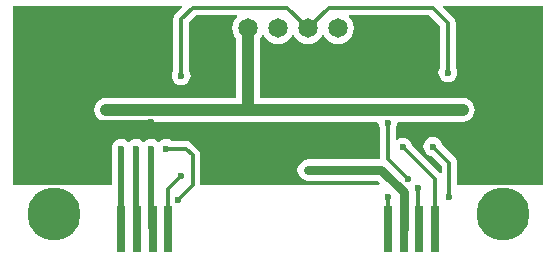
<source format=gbl>
G04 Layer_Physical_Order=2*
G04 Layer_Color=16711680*
%FSTAX24Y24*%
%MOIN*%
G70*
G01*
G75*
%ADD13R,0.0315X0.1575*%
%ADD15C,0.0118*%
%ADD17C,0.0197*%
%ADD18C,0.0394*%
%ADD19C,0.0315*%
%ADD20C,0.0650*%
%ADD21C,0.1772*%
%ADD22C,0.0236*%
%ADD23C,0.0315*%
G36*
X06877Y035138D02*
X065908D01*
Y03587D01*
X065899Y035937D01*
X065873Y035999D01*
X065832Y036053D01*
X065413Y036472D01*
X065409Y0365D01*
X065377Y036576D01*
X065327Y036642D01*
X065261Y036692D01*
X065185Y036724D01*
X065102Y036735D01*
X06502Y036724D01*
X064944Y036692D01*
X064878Y036642D01*
X064827Y036576D01*
X064796Y0365D01*
X064785Y036417D01*
X064796Y036335D01*
X064827Y036258D01*
X064878Y036193D01*
X064944Y036142D01*
X06502Y03611D01*
X065048Y036107D01*
X065391Y035763D01*
Y035539D01*
X065341Y035518D01*
X064413Y036447D01*
X064409Y036475D01*
X064377Y036551D01*
X064327Y036617D01*
X064261Y036668D01*
X064185Y036699D01*
X064102Y03671D01*
X06402Y036699D01*
X063944Y036668D01*
X06391Y036642D01*
X06386Y036667D01*
Y037024D01*
X063877Y037046D01*
X063909Y037122D01*
X06392Y037205D01*
X063952Y037241D01*
X066102D01*
X066205Y037254D01*
X066301Y037294D01*
X066383Y037357D01*
X066446Y037439D01*
X066486Y037535D01*
X066499Y037638D01*
X066486Y037741D01*
X066446Y037836D01*
X066383Y037919D01*
X066301Y037982D01*
X066205Y038021D01*
X066102Y038035D01*
X059338D01*
Y040015D01*
X059397Y040091D01*
X059416Y040137D01*
X059466D01*
X059485Y040091D01*
X059569Y039982D01*
X059678Y039898D01*
X059805Y039846D01*
X059941Y039828D01*
X060077Y039846D01*
X060204Y039898D01*
X060313Y039982D01*
X060397Y040091D01*
X060416Y040137D01*
X060466D01*
X060485Y040091D01*
X060569Y039982D01*
X060678Y039898D01*
X060805Y039846D01*
X060941Y039828D01*
X061077Y039846D01*
X061204Y039898D01*
X061313Y039982D01*
X061397Y040091D01*
X061416Y040137D01*
X061466D01*
X061485Y040091D01*
X061569Y039982D01*
X061678Y039898D01*
X061805Y039846D01*
X061941Y039828D01*
X062077Y039846D01*
X062204Y039898D01*
X062313Y039982D01*
X062397Y040091D01*
X062449Y040218D01*
X062467Y040354D01*
X062449Y040491D01*
X062397Y040618D01*
X062313Y040727D01*
X062298Y040738D01*
X062314Y040785D01*
X064982D01*
X065344Y040423D01*
Y039059D01*
X065327Y039037D01*
X065296Y03896D01*
X065285Y038878D01*
X065296Y038796D01*
X065327Y038719D01*
X065378Y038653D01*
X065444Y038603D01*
X06552Y038571D01*
X065602Y03856D01*
X065685Y038571D01*
X065761Y038603D01*
X065827Y038653D01*
X065877Y038719D01*
X065909Y038796D01*
X06592Y038878D01*
X065909Y03896D01*
X065877Y039037D01*
X06586Y039059D01*
Y04053D01*
X065852Y040596D01*
X065826Y040659D01*
X065785Y040712D01*
X065431Y041066D01*
X06545Y041112D01*
X06877D01*
Y035138D01*
D02*
G37*
G36*
X056744Y041066D02*
X056522Y040844D01*
X056481Y04079D01*
X056455Y040728D01*
X056447Y040661D01*
Y038961D01*
X05643Y038938D01*
X056398Y038862D01*
X056387Y03878D01*
X056398Y038697D01*
X05643Y038621D01*
X05648Y038555D01*
X056546Y038504D01*
X056623Y038473D01*
X056705Y038462D01*
X056787Y038473D01*
X056864Y038504D01*
X056929Y038555D01*
X05698Y038621D01*
X057012Y038697D01*
X057022Y03878D01*
X057012Y038862D01*
X05698Y038938D01*
X056963Y038961D01*
Y040554D01*
X057194Y040785D01*
X058567D01*
X058584Y040738D01*
X058569Y040727D01*
X058485Y040618D01*
X058433Y040491D01*
X058415Y040354D01*
X058433Y040218D01*
X058485Y040091D01*
X058544Y040015D01*
Y038035D01*
X054205D01*
X054102Y038021D01*
X054006Y037982D01*
X053924Y037919D01*
X053861Y037836D01*
X053821Y037741D01*
X053808Y037638D01*
X053821Y037535D01*
X053861Y037439D01*
X053924Y037357D01*
X054006Y037294D01*
X054102Y037254D01*
X054205Y037241D01*
X063253D01*
X063285Y037205D01*
X063296Y037122D01*
X063327Y037046D01*
X063344Y037024D01*
Y03601D01*
X063324Y035987D01*
X060941D01*
X060848Y035975D01*
X060762Y035939D01*
X060688Y035883D01*
X060631Y035809D01*
X060596Y035722D01*
X060584Y03563D01*
X060596Y035537D01*
X060631Y035451D01*
X060688Y035377D01*
X060762Y03532D01*
X060848Y035285D01*
X060941Y035273D01*
X063238D01*
X063326Y035184D01*
X063307Y035138D01*
X057345D01*
Y036124D01*
X057336Y036191D01*
X05731Y036253D01*
X057269Y036307D01*
X057045Y036531D01*
X056991Y036572D01*
X056929Y036598D01*
X056862Y036607D01*
X056386D01*
X056364Y036624D01*
X056287Y036655D01*
X056205Y036666D01*
X056122Y036655D01*
X056046Y036624D01*
X05598Y036573D01*
X05598Y036573D01*
X05593D01*
X055929Y036573D01*
X055864Y036624D01*
X055787Y036655D01*
X055705Y036666D01*
X055623Y036655D01*
X055546Y036624D01*
X055488Y036579D01*
X055458Y036573D01*
X055451D01*
X055422Y036579D01*
X055364Y036624D01*
X055287Y036655D01*
X055205Y036666D01*
X055122Y036655D01*
X055046Y036624D01*
X05498Y036573D01*
X05498Y036573D01*
X05493D01*
X054929Y036573D01*
X054864Y036624D01*
X054787Y036655D01*
X054705Y036666D01*
X054623Y036655D01*
X054546Y036624D01*
X05448Y036573D01*
X05443Y036507D01*
X054398Y036431D01*
X054387Y036348D01*
X054398Y036266D01*
X054407Y036244D01*
Y035138D01*
X051112D01*
Y041112D01*
X056725D01*
X056744Y041066D01*
D02*
G37*
D13*
X063602Y033661D02*
D03*
X064127D02*
D03*
X064652D02*
D03*
X065177D02*
D03*
X054705D02*
D03*
X05523D02*
D03*
X055755D02*
D03*
X05628D02*
D03*
D15*
X056205Y036348D02*
X056862D01*
X057087Y036124D01*
Y035138D02*
Y036124D01*
X05628Y035008D02*
X056705Y035433D01*
X056594Y034646D02*
X057087Y035138D01*
X05628Y033661D02*
Y035008D01*
X052165Y0375D02*
X052447Y037218D01*
X055705D01*
X063602Y03601D02*
Y037205D01*
X065102Y036417D02*
X06565Y03587D01*
X056705Y03878D02*
Y040661D01*
X057087Y041043D01*
X060252D01*
X060941Y040354D01*
X06163Y041043D01*
X065089D01*
X065602Y04053D01*
Y038878D02*
Y04053D01*
X064602Y033661D02*
Y035039D01*
X06565Y034744D02*
Y03587D01*
X065177Y033661D02*
Y035318D01*
X064102Y036392D02*
X065177Y035318D01*
X063602Y03601D02*
X064278Y035335D01*
X063602Y033661D02*
Y034744D01*
D17*
X055705Y033711D02*
X055755Y033661D01*
X055705Y033711D02*
Y036348D01*
X055205Y033686D02*
X05523Y033661D01*
X055205Y033686D02*
Y036348D01*
X054705Y033661D02*
Y036348D01*
D18*
X063102Y037638D02*
X066102D01*
X058465D02*
X063102D01*
X054205D02*
X058465D01*
X058941D02*
Y040354D01*
D19*
X064127Y033661D02*
Y034888D01*
X060941Y03563D02*
X063386D01*
X064127Y034888D01*
D20*
X058941Y040354D02*
D03*
X057941D02*
D03*
X059941D02*
D03*
X060941D02*
D03*
X061941D02*
D03*
D21*
X052461Y034154D02*
D03*
X067421D02*
D03*
D22*
X060397Y038697D02*
D03*
X063377Y038719D02*
D03*
X058141Y038555D02*
D03*
X067323Y040157D02*
D03*
Y038976D02*
D03*
Y037795D02*
D03*
Y036614D02*
D03*
Y035433D02*
D03*
X066142Y038976D02*
D03*
Y036614D02*
D03*
X062598D02*
D03*
X060236Y035433D02*
D03*
X057874Y036614D02*
D03*
X055512Y040157D02*
D03*
X054331D02*
D03*
Y038976D02*
D03*
X05315Y040157D02*
D03*
Y038976D02*
D03*
Y035433D02*
D03*
X051968Y040157D02*
D03*
Y038976D02*
D03*
Y037795D02*
D03*
Y036614D02*
D03*
Y035433D02*
D03*
X057205Y037638D02*
D03*
X056705Y035433D02*
D03*
X056594Y034646D02*
D03*
X056205Y036348D02*
D03*
X055705Y037218D02*
D03*
X063602Y037205D02*
D03*
X054705Y036348D02*
D03*
X055205D02*
D03*
X055705D02*
D03*
X054205Y037638D02*
D03*
X065102Y036417D02*
D03*
X064102Y036392D02*
D03*
X060941Y03563D02*
D03*
X066102Y037638D02*
D03*
X063102D02*
D03*
X056705Y03878D02*
D03*
X065602Y038878D02*
D03*
X064602Y035039D02*
D03*
X06565Y034744D02*
D03*
X064278Y035335D02*
D03*
X063602Y034744D02*
D03*
D23*
X060138Y037638D02*
D03*
X059646D02*
D03*
M02*

</source>
